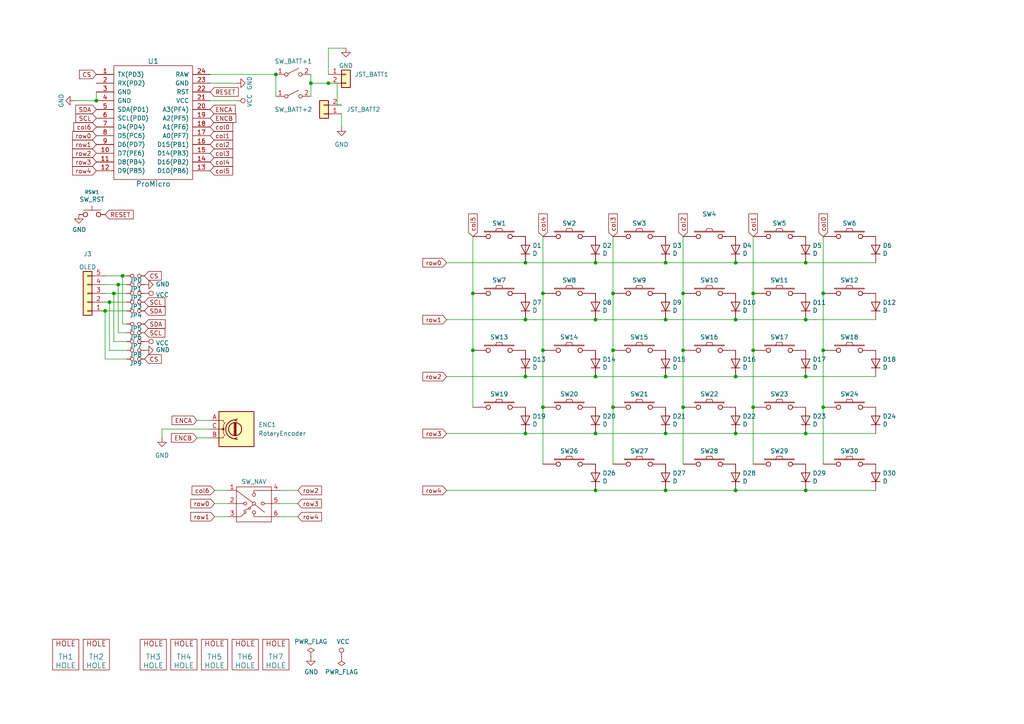
<source format=kicad_sch>
(kicad_sch (version 20250114) (generator "eeschema") (generator_version "9.0")
  (paper "A4")
  (lib_symbols
    (symbol "Connector_Generic:Conn_01x02" (pin_names (offset 1.016) (hide yes))
      (property "Reference" "J" (at 0 2.54 0))
      (property "Value" "Conn_01x02" (at 0 -5.08 0))
      (symbol "Conn_01x02_1_1"
        (rectangle (start -1.27 1.27) (end 1.27 -3.81) (stroke (width 0.254)) (fill (type background)))
        (rectangle (start -1.27 0.127) (end 0 -0.127) (stroke (width 0.1524)))
        (rectangle (start -1.27 -2.413) (end 0 -2.667) (stroke (width 0.1524)))
        (pin passive line (at -5.08 0 0) (length 3.81) (name "Pin_1") (number "1"))
        (pin passive line (at -5.08 -2.54 0) (length 3.81) (name "Pin_2") (number "2"))
      )
    )
    (symbol "Connector_Generic:Conn_01x05" (pin_names (offset 1.016) (hide yes))
      (property "Reference" "J" (at 0 7.62 0))
      (property "Value" "Conn_01x05" (at 0 -7.62 0))
      (symbol "Conn_01x05_1_1"
        (rectangle (start -1.27 6.35) (end 1.27 -6.35) (stroke (width 0.254)) (fill (type background)))
        (rectangle (start -1.27 5.207) (end 0 4.953) (stroke (width 0.1524)))
        (rectangle (start -1.27 2.667) (end 0 2.413) (stroke (width 0.1524)))
        (rectangle (start -1.27 0.127) (end 0 -0.127) (stroke (width 0.1524)))
        (rectangle (start -1.27 -2.413) (end 0 -2.667) (stroke (width 0.1524)))
        (rectangle (start -1.27 -4.953) (end 0 -5.207) (stroke (width 0.1524)))
        (pin passive line (at -5.08 5.08 0) (length 3.81) (name "Pin_1") (number "1"))
        (pin passive line (at -5.08 2.54 0) (length 3.81) (name "Pin_2") (number "2"))
        (pin passive line (at -5.08 0 0) (length 3.81) (name "Pin_3") (number "3"))
        (pin passive line (at -5.08 -2.54 0) (length 3.81) (name "Pin_4") (number "4"))
        (pin passive line (at -5.08 -5.08 0) (length 3.81) (name "Pin_5") (number "5"))
      )
    )
    (symbol "Device:RotaryEncoder" (pin_names (offset 0.254) (hide yes))
      (property "Reference" "SW" (at 0 6.604 0))
      (property "Value" "RotaryEncoder" (at 0 -6.604 0))
      (symbol "RotaryEncoder_0_1"
        (rectangle (start -5.08 5.08) (end 5.08 -5.08) (stroke (width 0.254)) (fill (type background)))
        (polyline (pts (xy -5.08 2.54) (xy -3.81 2.54) (xy -3.81 2.032)))
        (polyline (pts (xy -5.08 0) (xy -3.81 0) (xy -3.81 -1.016) (xy -3.302 -2.032)))
        (polyline (pts (xy -5.08 -2.54) (xy -3.81 -2.54) (xy -3.81 -2.032)))
        (polyline (pts (xy -4.318 0) (xy -3.81 0) (xy -3.81 1.016) (xy -3.302 2.032)))
        (circle (center -3.81 0) (radius 0.254) (fill (type outline)))
        (polyline (pts (xy -0.635 -1.778) (xy -0.635 1.778)) (stroke (width 0.254)))
        (circle (center -0.381 0) (radius 1.905) (stroke (width 0.254)))
        (polyline (pts (xy -0.381 -1.778) (xy -0.381 1.778)) (stroke (width 0.254)))
        (arc (start -0.381 -2.794) (mid -3.0988 -0.0635) (end -0.381 2.667) (stroke (width 0.254)))
        (polyline (pts (xy -0.127 1.778) (xy -0.127 -1.778)) (stroke (width 0.254)))
        (polyline (pts (xy 0.254 2.921) (xy -0.508 2.667) (xy 0.127 2.286)) (stroke (width 0.254)))
        (polyline (pts (xy 0.254 -3.048) (xy -0.508 -2.794) (xy 0.127 -2.413)) (stroke (width 0.254)))
      )
      (symbol "RotaryEncoder_1_1"
        (pin passive line (at -7.62 2.54 0) (length 2.54) (name "A") (number "A"))
        (pin passive line (at -7.62 0 0) (length 2.54) (name "C") (number "C"))
        (pin passive line (at -7.62 -2.54 0) (length 2.54) (name "B") (number "B"))
      )
    )
    (symbol "GND_1" (power) (pin_numbers (hide yes)) (pin_names (offset 0) (hide yes))
      (property "Value" "GND" (at 0 -3.81 0))
      (symbol "GND_1_0_1"
        (polyline (pts (xy 0 0) (xy 0 -1.27) (xy 1.27 -1.27) (xy 0 -2.54) (xy -1.27 -1.27) (xy 0 -1.27)))
      )
      (symbol "GND_1_1_1"
        (pin power_in line (at 0 0 270) (length 0) (name "~") (number "1"))
      )
    )
    (symbol "SofleKeyboard-rescue:D-Lily58-cache-Lily58_Pro-rescue" (pin_numbers (hide yes)) (pin_names (offset 1.016) (hide yes))
      (property "Reference" "D" (at 0 2.54 0))
      (property "Value" "D-Lily58-cache-Lily58_Pro-rescue" (at 0 -2.54 0))
      (symbol "D-Lily58-cache-Lily58_Pro-rescue_0_1"
        (polyline (pts (xy -1.27 1.27) (xy -1.27 -1.27)) (stroke (width 0.2032)))
        (polyline (pts (xy 1.27 1.27) (xy 1.27 -1.27) (xy -1.27 0) (xy 1.27 1.27)) (stroke (width 0.2032)))
        (polyline (pts (xy 1.27 0) (xy -1.27 0)))
      )
      (symbol "D-Lily58-cache-Lily58_Pro-rescue_1_1"
        (pin passive line (at -3.81 0 0) (length 2.54) (name "K") (number "1"))
        (pin passive line (at 3.81 0 180) (length 2.54) (name "A") (number "2"))
      )
    )
    (symbol "SofleKeyboard-rescue:GND-Lily58-cache-Lily58_Pro-rescue" (power) (pin_names (offset 0))
      (property "Value" "GND-Lily58-cache-Lily58_Pro-rescue" (at 0 -3.81 0))
      (symbol "GND-Lily58-cache-Lily58_Pro-rescue_1_1"
        (polyline (pts (xy 0 0) (xy 0 -1.27) (xy 1.27 -1.27) (xy 0 -2.54) (xy -1.27 -1.27) (xy 0 -1.27)))
        (pin power_in line (at 0 0 0) (length 0) (hide yes) (name "GND") (number "1"))
      )
    )
    (symbol "SofleKeyboard-rescue:GND-power" (power) (pin_names (offset 0))
      (property "Value" "GND-power" (at 0 -3.81 0))
      (symbol "GND-power_0_1"
        (polyline (pts (xy 0 0) (xy 0 -1.27) (xy 1.27 -1.27) (xy 0 -2.54) (xy -1.27 -1.27) (xy 0 -1.27)))
      )
      (symbol "GND-power_1_1"
        (pin power_in line (at 0 0 270) (length 0) (hide yes) (name "GND") (number "1"))
      )
    )
    (symbol "SofleKeyboard-rescue:HOLE-Lily58-cache-Lily58_Pro-rescue" (pin_names (offset 1.016))
      (property "Reference" "U" (at 0 0 0))
      (property "Value" "HOLE-Lily58-cache-Lily58_Pro-rescue" (at 0 -5.08 0))
      (symbol "HOLE-Lily58-cache-Lily58_Pro-rescue_0_0"
        (text "HOLE" (at 0 3.81 0) (effects (font (size 1.524 1.524))))
      )
      (symbol "HOLE-Lily58-cache-Lily58_Pro-rescue_0_1"
        (rectangle (start 3.81 5.08) (end -3.81 -3.81))
      )
    )
    (symbol "SofleKeyboard-rescue:Jumper_NO_Small-Device" (pin_numbers (hide yes)) (pin_names (offset 0.762) (hide yes))
      (property "Reference" "JP" (at 0 2.032 0))
      (property "Value" "Jumper_NO_Small-Device" (at 0.254 -1.524 0))
      (symbol "Jumper_NO_Small-Device_0_1"
        (circle (center -1.016 0) (radius 0.508))
        (circle (center 1.016 0) (radius 0.508))
        (pin passive line (at -2.54 0 0) (length 1.016) (name "1") (number "1"))
        (pin passive line (at 2.54 0 180) (length 1.016) (name "2") (number "2"))
      )
    )
    (symbol "SofleKeyboard-rescue:PWR_FLAG-Lily58-cache-Lily58_Pro-rescue" (power) (pin_numbers (hide yes)) (pin_names (offset 0) (hide yes))
      (property "Value" "PWR_FLAG-Lily58-cache-Lily58_Pro-rescue" (at 0 3.81 0))
      (symbol "PWR_FLAG-Lily58-cache-Lily58_Pro-rescue_0_0"
        (pin power_out line (at 0 0 90) (length 0) (name "pwr") (number "1"))
      )
      (symbol "PWR_FLAG-Lily58-cache-Lily58_Pro-rescue_0_1"
        (polyline (pts (xy 0 0) (xy 0 1.27) (xy -1.016 1.905) (xy 0 2.54) (xy 1.016 1.905) (xy 0 1.27)))
      )
    )
    (symbol "SofleKeyboard-rescue:ProMicro_2-Lily58-cache-Lily58_Pro-rescue" (pin_names (offset 1.016))
      (property "Reference" "U" (at 0 17.78 0))
      (property "Value" "ProMicro_2-Lily58-cache-Lily58_Pro-rescue" (at 0 -17.78 0))
      (symbol "ProMicro_2-Lily58-cache-Lily58_Pro-rescue_0_1"
        (rectangle (start -11.43 16.51) (end 11.43 -16.51))
      )
      (symbol "ProMicro_2-Lily58-cache-Lily58_Pro-rescue_1_1"
        (pin bidirectional line (at -16.51 13.97 0) (length 5.08) (name "TX(PD3)") (number "1"))
        (pin input line (at -16.51 11.43 0) (length 5.08) (name "RX(PD2)") (number "2"))
        (pin input line (at -16.51 8.89 0) (length 5.08) (name "GND") (number "3"))
        (pin input line (at -16.51 6.35 0) (length 5.08) (name "GND") (number "4"))
        (pin input line (at -16.51 3.81 0) (length 5.08) (name "SDA(PD1)") (number "5"))
        (pin input line (at -16.51 1.27 0) (length 5.08) (name "SCL(PD0)") (number "6"))
        (pin input line (at -16.51 -1.27 0) (length 5.08) (name "D4(PD4)") (number "7"))
        (pin input line (at -16.51 -3.81 0) (length 5.08) (name "D5(PC6)") (number "8"))
        (pin input line (at -16.51 -6.35 0) (length 5.08) (name "D6(PD7)") (number "9"))
        (pin input line (at -16.51 -8.89 0) (length 5.08) (name "D7(PE6)") (number "10"))
        (pin input line (at -16.51 -11.43 0) (length 5.08) (name "D8(PB4)") (number "11"))
        (pin input line (at -16.51 -13.97 0) (length 5.08) (name "D9(PB5)") (number "12"))
        (pin input line (at 16.51 13.97 180) (length 5.08) (name "RAW") (number "24"))
        (pin input line (at 16.51 11.43 180) (length 5.08) (name "GND") (number "23"))
        (pin input line (at 16.51 8.89 180) (length 5.08) (name "RST") (number "22"))
        (pin input line (at 16.51 6.35 180) (length 5.08) (name "VCC") (number "21"))
        (pin input line (at 16.51 3.81 180) (length 5.08) (name "A3(PF4)") (number "20"))
        (pin input line (at 16.51 1.27 180) (length 5.08) (name "A2(PF5)") (number "19"))
        (pin input line (at 16.51 -1.27 180) (length 5.08) (name "A1(PF6)") (number "18"))
        (pin input line (at 16.51 -3.81 180) (length 5.08) (name "A0(PF7)") (number "17"))
        (pin input line (at 16.51 -6.35 180) (length 5.08) (name "D15(PB1)") (number "16"))
        (pin input line (at 16.51 -8.89 180) (length 5.08) (name "D14(PB3)") (number "15"))
        (pin input line (at 16.51 -11.43 180) (length 5.08) (name "D16(PB2)") (number "14"))
        (pin input line (at 16.51 -13.97 180) (length 5.08) (name "D10(PB6)") (number "13"))
      )
    )
    (symbol "SofleKeyboard-rescue:SW_RST-Lily58-cache-Lily58_Pro-rescue" (pin_numbers (hide yes)) (pin_names (offset 1.016) (hide yes))
      (property "Reference" "RSW" (at 2.54 2.54 0))
      (property "Value" "SW_RST-Lily58-cache-Lily58_Pro-rescue" (at 0 -2.54 0))
      (symbol "SW_RST-Lily58-cache-Lily58_Pro-rescue_0_1"
        (polyline (pts (xy -2.54 1.27) (xy 2.54 1.27)))
        (polyline (pts (xy 0 2.54) (xy 0 1.27)))
        (pin passive inverted (at -3.81 0 0) (length 2.54) (name "1") (number "1"))
        (pin passive inverted (at 3.81 0 180) (length 2.54) (name "2") (number "2"))
      )
    )
    (symbol "SofleKeyboard-rescue:VCC-Lily58-cache-Lily58_Pro-rescue" (power) (pin_names (offset 0))
      (property "Value" "VCC-Lily58-cache-Lily58_Pro-rescue" (at 0 3.81 0))
      (symbol "VCC-Lily58-cache-Lily58_Pro-rescue_0_1"
        (circle (center 0 1.905) (radius 0.635))
        (polyline (pts (xy 0 0) (xy 0 1.27)))
      )
      (symbol "VCC-Lily58-cache-Lily58_Pro-rescue_1_1"
        (pin power_in line (at 0 0 90) (length 0) (hide yes) (name "VCC") (number "1"))
      )
    )
    (symbol "SofleKeyboard-rescue:VCC-power" (power) (pin_names (offset 0))
      (property "Value" "VCC-power" (at 0 3.81 0))
      (symbol "VCC-power_0_1"
        (circle (center 0 1.905) (radius 0.635))
        (polyline (pts (xy 0 0) (xy 0 1.27)))
      )
      (symbol "VCC-power_1_1"
        (pin power_in line (at 0 0 90) (length 0) (hide yes) (name "VCC") (number "1"))
      )
    )
    (symbol "Switch:SW_SPST" (pin_names (offset 0) (hide yes))
      (property "Reference" "SW" (at 0 3.175 0))
      (property "Value" "SW_SPST" (at 0 -2.54 0))
      (symbol "SW_SPST_0_0"
        (circle (center -2.032 0) (radius 0.508))
        (polyline (pts (xy -1.524 0.254) (xy 1.524 1.778)))
        (circle (center 2.032 0) (radius 0.508))
      )
      (symbol "SW_SPST_1_1"
        (pin passive line (at -5.08 0 0) (length 2.54) (name "A") (number "1"))
        (pin passive line (at 5.08 0 180) (length 2.54) (name "B") (number "2"))
      )
    )
    (symbol "VicoKeyboard:SW_NAV_5"
      (property "Reference" "SW_NAV_5" (at 0.508 -1.778 0))
      (symbol "SW_NAV_5_0_1"
        (rectangle (start -5.08 9.906) (end 5.08 -0.254))
        (polyline (pts (xy -5.08 8.89) (xy -0.4101 5.3874)))
        (polyline (pts (xy -5.08 5.08) (xy -3.048 5.08)))
        (polyline (pts (xy -5.08 1.27) (xy -3.81 1.27) (xy -2.794 2.286)))
        (circle (center -2.54 5.08) (radius 0.4572))
        (circle (center -2.54 2.54) (radius 0.3048))
        (polyline (pts (xy -1.5863 3.5949) (xy -3.048 3.048)))
        (circle (center -1.2666 3.6792) (radius 0.3048))
        (polyline (pts (xy -0.3484 4.6912) (xy -1.0205 3.9505)))
        (circle (center 0 7.62) (radius 0.4572))
        (circle (center 0 5.08) (radius 0.4572))
        (circle (center 0 2.54) (radius 0.4572))
        (polyline (pts (xy 0.3372 4.7557) (xy 3.048 2.54)))
        (circle (center 2.54 5.08) (radius 0.4572))
        (polyline (pts (xy 5.08 8.89) (xy 0 8.89) (xy 0 8.128)))
        (polyline (pts (xy 5.08 5.08) (xy 3.048 5.08)))
        (polyline (pts (xy 5.08 1.27) (xy 0 1.27) (xy 0 2.032)))
      )
      (symbol "SW_NAV_5_1_1"
        (pin passive line (at -7.62 8.89 0) (length 2.54) (name "") (number "1"))
        (pin passive line (at -7.62 5.08 0) (length 2.54) (name "") (number "2"))
        (pin passive line (at -7.62 1.27 0) (length 2.54) (name "") (number "3"))
        (pin passive line (at 7.62 8.89 180) (length 2.54) (name "") (number "4"))
        (pin passive line (at 7.62 5.08 180) (length 2.54) (name "") (number "5"))
        (pin passive line (at 7.62 1.27 180) (length 2.54) (name "") (number "6"))
      )
    )
    (symbol "VicoKeyboard:SW_PUSH_NOLED" (pin_numbers (hide yes)) (pin_names (offset 1.016) (hide yes))
      (property "Reference" "SW" (at 3.81 2.794 0))
      (symbol "SW_PUSH_NOLED_0_1"
        (rectangle (start -4.318 1.27) (end 4.318 1.524))
        (polyline (pts (xy -1.016 1.524) (xy -0.762 2.286) (xy 0.762 2.286) (xy 1.016 1.524)))
        (pin passive inverted (at -7.62 0 0) (length 5.08) (name "6") (number "6"))
        (pin passive inverted (at 7.62 0 180) (length 5.08) (name "5") (number "5"))
      )
    )
    (symbol "power:GND" (power) (pin_names (offset 0))
      (property "Value" "GND" (at 0 -3.81 0))
      (symbol "GND_0_1"
        (polyline (pts (xy 0 0) (xy 0 -1.27) (xy 1.27 -1.27) (xy 0 -2.54) (xy -1.27 -1.27) (xy 0 -1.27)))
      )
      (symbol "GND_1_1"
        (pin power_in line (at 0 0 270) (length 0) (hide yes) (name "GND") (number "1"))
      )
    )
  )
  (junction (at 172.72 125.73))
  (junction (at 152.4 92.71))
  (junction (at 193.04 125.73))
  (junction (at 80.01 21.59))
  (junction (at 177.8 118.11))
  (junction (at 172.72 142.24))
  (junction (at 157.48 85.09))
  (junction (at 218.44 85.09))
  (junction (at 213.36 109.22))
  (junction (at 233.68 109.22))
  (junction (at 33.02 85.09))
  (junction (at 95.25 24.13))
  (junction (at 233.68 92.71))
  (junction (at 157.48 118.11))
  (junction (at 157.48 101.6))
  (junction (at 27.94 29.21))
  (junction (at 35.56 80.01))
  (junction (at 172.72 92.71))
  (junction (at 152.4 109.22))
  (junction (at 172.72 109.22))
  (junction (at 30.48 90.17))
  (junction (at 172.72 76.2))
  (junction (at 137.16 85.09))
  (junction (at 213.36 92.71))
  (junction (at 193.04 109.22))
  (junction (at 238.76 101.6))
  (junction (at 233.68 142.24))
  (junction (at 137.16 101.6))
  (junction (at 238.76 118.11))
  (junction (at 193.04 142.24))
  (junction (at 90.17 24.13))
  (junction (at 31.75 87.63))
  (junction (at 198.12 118.11))
  (junction (at 34.29 82.55))
  (junction (at 218.44 118.11))
  (junction (at 213.36 76.2))
  (junction (at 238.76 85.09))
  (junction (at 193.04 92.71))
  (junction (at 177.8 101.6))
  (junction (at 233.68 76.2))
  (junction (at 213.36 142.24))
  (junction (at 152.4 125.73))
  (junction (at 233.68 125.73))
  (junction (at 198.12 101.6))
  (junction (at 198.12 85.09))
  (junction (at 213.36 125.73))
  (junction (at 152.4 76.2))
  (junction (at 218.44 101.6))
  (junction (at 177.8 85.09))
  (junction (at 193.04 76.2))
  (wire (pts (xy 33.02 99.06) (xy 36.83 99.06)))
  (wire (pts (xy 62.23 146.05) (xy 66.04 146.05)))
  (wire (pts (xy 198.12 118.11) (xy 198.12 134.62)))
  (wire (pts (xy 86.36 146.05) (xy 81.28 146.05)))
  (wire (pts (xy 233.68 76.2) (xy 213.36 76.2)))
  (wire (pts (xy 97.79 30.48) (xy 99.06 30.48)))
  (wire (pts (xy 157.48 101.6) (xy 157.48 118.11)))
  (wire (pts (xy 152.4 92.71) (xy 129.54 92.71)))
  (wire (pts (xy 35.56 93.98) (xy 36.83 93.98)))
  (wire (pts (xy 233.68 109.22) (xy 254 109.22)))
  (wire (pts (xy 95.25 24.13) (xy 97.79 24.13)))
  (wire (pts (xy 172.72 76.2) (xy 193.04 76.2)))
  (wire (pts (xy 177.8 118.11) (xy 177.8 134.62)))
  (wire (pts (xy 35.56 80.01) (xy 35.56 93.98)))
  (wire (pts (xy 129.54 142.24) (xy 172.72 142.24)))
  (wire (pts (xy 27.94 29.21) (xy 21.59 29.21)))
  (wire (pts (xy 90.17 24.13) (xy 95.25 24.13)))
  (wire (pts (xy 30.48 87.63) (xy 31.75 87.63)))
  (wire (pts (xy 137.16 68.58) (xy 137.16 85.09)))
  (wire (pts (xy 34.29 82.55) (xy 34.29 96.52)))
  (wire (pts (xy 157.48 118.11) (xy 157.48 134.62)))
  (wire (pts (xy 57.15 127) (xy 60.96 127)))
  (wire (pts (xy 99.06 33.02) (xy 99.06 36.83)))
  (wire (pts (xy 33.02 85.09) (xy 33.02 99.06)))
  (wire (pts (xy 213.36 142.24) (xy 233.68 142.24)))
  (wire (pts (xy 213.36 109.22) (xy 233.68 109.22)))
  (wire (pts (xy 27.94 26.67) (xy 27.94 29.21)))
  (wire (pts (xy 193.04 76.2) (xy 213.36 76.2)))
  (wire (pts (xy 172.72 142.24) (xy 193.04 142.24)))
  (wire (pts (xy 213.36 125.73) (xy 233.68 125.73)))
  (wire (pts (xy 193.04 125.73) (xy 213.36 125.73)))
  (wire (pts (xy 137.16 101.6) (xy 137.16 118.11)))
  (wire (pts (xy 95.25 21.59) (xy 95.25 13.97)))
  (wire (pts (xy 80.01 21.59) (xy 80.01 27.94)))
  (wire (pts (xy 198.12 68.58) (xy 198.12 85.09)))
  (wire (pts (xy 238.76 118.11) (xy 238.76 134.62)))
  (wire (pts (xy 193.04 92.71) (xy 213.36 92.71)))
  (wire (pts (xy 30.48 82.55) (xy 34.29 82.55)))
  (wire (pts (xy 233.68 142.24) (xy 254 142.24)))
  (wire (pts (xy 30.48 104.14) (xy 36.83 104.14)))
  (wire (pts (xy 198.12 85.09) (xy 198.12 101.6)))
  (wire (pts (xy 213.36 92.71) (xy 233.68 92.71)))
  (wire (pts (xy 46.99 124.46) (xy 46.99 127)))
  (wire (pts (xy 238.76 101.6) (xy 238.76 118.11)))
  (wire (pts (xy 193.04 142.24) (xy 213.36 142.24)))
  (wire (pts (xy 90.17 21.59) (xy 90.17 24.13)))
  (wire (pts (xy 233.68 92.71) (xy 254 92.71)))
  (wire (pts (xy 60.96 24.13) (xy 68.58 24.13)))
  (wire (pts (xy 193.04 109.22) (xy 213.36 109.22)))
  (wire (pts (xy 198.12 101.6) (xy 198.12 118.11)))
  (wire (pts (xy 62.23 142.24) (xy 66.04 142.24)))
  (wire (pts (xy 152.4 109.22) (xy 129.54 109.22)))
  (wire (pts (xy 33.02 85.09) (xy 36.83 85.09)))
  (wire (pts (xy 31.75 87.63) (xy 36.83 87.63)))
  (wire (pts (xy 30.48 90.17) (xy 36.83 90.17)))
  (wire (pts (xy 172.72 125.73) (xy 152.4 125.73)))
  (wire (pts (xy 172.72 92.71) (xy 193.04 92.71)))
  (wire (pts (xy 233.68 76.2) (xy 254 76.2)))
  (wire (pts (xy 30.48 85.09) (xy 33.02 85.09)))
  (wire (pts (xy 60.96 21.59) (xy 80.01 21.59)))
  (wire (pts (xy 95.25 13.97) (xy 100.33 13.97)))
  (wire (pts (xy 90.17 24.13) (xy 90.17 27.94)))
  (wire (pts (xy 177.8 101.6) (xy 177.8 118.11)))
  (wire (pts (xy 30.48 80.01) (xy 35.56 80.01)))
  (wire (pts (xy 152.4 76.2) (xy 129.54 76.2)))
  (wire (pts (xy 238.76 101.6) (xy 238.76 85.09)))
  (wire (pts (xy 152.4 125.73) (xy 129.54 125.73)))
  (wire (pts (xy 172.72 109.22) (xy 152.4 109.22)))
  (wire (pts (xy 81.28 142.24) (xy 86.36 142.24)))
  (wire (pts (xy 157.48 68.58) (xy 157.48 85.09)))
  (wire (pts (xy 172.72 92.71) (xy 152.4 92.71)))
  (wire (pts (xy 172.72 125.73) (xy 193.04 125.73)))
  (wire (pts (xy 60.96 29.21) (xy 68.58 29.21)))
  (wire (pts (xy 31.75 87.63) (xy 31.75 101.6)))
  (wire (pts (xy 97.79 30.48) (xy 97.79 24.13)))
  (wire (pts (xy 233.68 125.73) (xy 254 125.73)))
  (wire (pts (xy 238.76 85.09) (xy 238.76 68.58)))
  (wire (pts (xy 57.15 121.92) (xy 60.96 121.92)))
  (wire (pts (xy 62.23 149.86) (xy 66.04 149.86)))
  (wire (pts (xy 172.72 76.2) (xy 152.4 76.2)))
  (wire (pts (xy 218.44 118.11) (xy 218.44 134.62)))
  (wire (pts (xy 218.44 68.58) (xy 218.44 85.09)))
  (wire (pts (xy 34.29 82.55) (xy 36.83 82.55)))
  (wire (pts (xy 60.96 124.46) (xy 46.99 124.46)))
  (wire (pts (xy 81.28 149.86) (xy 86.36 149.86)))
  (wire (pts (xy 137.16 85.09) (xy 137.16 101.6)))
  (wire (pts (xy 157.48 85.09) (xy 157.48 101.6)))
  (wire (pts (xy 31.75 101.6) (xy 36.83 101.6)))
  (wire (pts (xy 218.44 85.09) (xy 218.44 101.6)))
  (wire (pts (xy 177.8 85.09) (xy 177.8 101.6)))
  (wire (pts (xy 218.44 118.11) (xy 218.44 101.6)))
  (wire (pts (xy 172.72 109.22) (xy 193.04 109.22)))
  (wire (pts (xy 35.56 80.01) (xy 36.83 80.01)))
  (wire (pts (xy 34.29 96.52) (xy 36.83 96.52)))
  (wire (pts (xy 30.48 90.17) (xy 30.48 104.14)))
  (wire (pts (xy 177.8 68.58) (xy 177.8 85.09)))
  (global_label "row1" (shape input) (at 27.94 41.91 180) (property "Intersheetrefs" "${INTERSHEET_REFS}" (effects (hide yes))))
  (global_label "CS" (shape input) (at 41.91 80.01 0) (property "Intersheetrefs" "${INTERSHEET_REFS}" (effects (hide yes))))
  (global_label "row4" (shape input) (at 27.94 49.53 180) (property "Intersheetrefs" "${INTERSHEET_REFS}" (effects (hide yes))))
  (global_label "col0" (shape input) (at 238.76 68.58 90) (property "Intersheetrefs" "${INTERSHEET_REFS}" (effects (hide yes))))
  (global_label "col4" (shape input) (at 60.96 46.99 0) (property "Intersheetrefs" "${INTERSHEET_REFS}" (effects (hide yes))))
  (global_label "ENCB" (shape input) (at 57.15 127 180) (property "Intersheetrefs" "${INTERSHEET_REFS}" (effects (hide yes))))
  (global_label "row3" (shape input) (at 27.94 46.99 180) (property "Intersheetrefs" "${INTERSHEET_REFS}" (effects (hide yes))))
  (global_label "col5" (shape input) (at 137.16 68.58 90) (property "Intersheetrefs" "${INTERSHEET_REFS}" (effects (hide yes))))
  (global_label "RESET" (shape input) (at 30.48 62.23 0) (property "Intersheetrefs" "${INTERSHEET_REFS}" (effects (hide yes))))
  (global_label "row4" (shape input) (at 86.36 149.86 0) (property "Intersheetrefs" "${INTERSHEET_REFS}" (effects (hide yes))))
  (global_label "row1" (shape input) (at 62.23 149.86 180) (property "Intersheetrefs" "${INTERSHEET_REFS}" (effects (hide yes))))
  (global_label "RESET" (shape input) (at 60.96 26.67 0) (property "Intersheetrefs" "${INTERSHEET_REFS}" (effects (hide yes))))
  (global_label "SCL" (shape input) (at 27.94 34.29 180) (property "Intersheetrefs" "${INTERSHEET_REFS}" (effects (hide yes))))
  (global_label "SCL" (shape input) (at 41.91 87.63 0) (property "Intersheetrefs" "${INTERSHEET_REFS}" (effects (hide yes))))
  (global_label "ENCA" (shape input) (at 57.15 121.92 180) (property "Intersheetrefs" "${INTERSHEET_REFS}" (effects (hide yes))))
  (global_label "row4" (shape input) (at 129.54 142.24 180) (property "Intersheetrefs" "${INTERSHEET_REFS}" (effects (hide yes))))
  (global_label "SDA" (shape input) (at 27.94 31.75 180) (property "Intersheetrefs" "${INTERSHEET_REFS}" (effects (hide yes))))
  (global_label "SDA" (shape input) (at 41.91 90.17 0) (property "Intersheetrefs" "${INTERSHEET_REFS}" (effects (hide yes))))
  (global_label "SDA" (shape input) (at 41.91 93.98 0) (property "Intersheetrefs" "${INTERSHEET_REFS}" (effects (hide yes))))
  (global_label "row2" (shape input) (at 129.54 109.22 180) (property "Intersheetrefs" "${INTERSHEET_REFS}" (effects (hide yes))))
  (global_label "col1" (shape input) (at 218.44 68.58 90) (property "Intersheetrefs" "${INTERSHEET_REFS}" (effects (hide yes))))
  (global_label "CS" (shape input) (at 41.91 104.14 0) (property "Intersheetrefs" "${INTERSHEET_REFS}" (effects (hide yes))))
  (global_label "col1" (shape input) (at 60.96 39.37 0) (property "Intersheetrefs" "${INTERSHEET_REFS}" (effects (hide yes))))
  (global_label "col2" (shape input) (at 198.12 68.58 90) (property "Intersheetrefs" "${INTERSHEET_REFS}" (effects (hide yes))))
  (global_label "col6" (shape input) (at 62.23 142.24 180) (property "Intersheetrefs" "${INTERSHEET_REFS}" (effects (hide yes))))
  (global_label "col3" (shape input) (at 177.8 68.58 90) (property "Intersheetrefs" "${INTERSHEET_REFS}" (effects (hide yes))))
  (global_label "col6" (shape input) (at 27.94 36.83 180) (property "Intersheetrefs" "${INTERSHEET_REFS}" (effects (hide yes))))
  (global_label "ENCA" (shape input) (at 60.96 31.75 0) (property "Intersheetrefs" "${INTERSHEET_REFS}" (effects (hide yes))))
  (global_label "col4" (shape input) (at 157.48 68.58 90) (property "Intersheetrefs" "${INTERSHEET_REFS}" (effects (hide yes))))
  (global_label "col5" (shape input) (at 60.96 49.53 0) (property "Intersheetrefs" "${INTERSHEET_REFS}" (effects (hide yes))))
  (global_label "col0" (shape input) (at 60.96 36.83 0) (property "Intersheetrefs" "${INTERSHEET_REFS}" (effects (hide yes))))
  (global_label "CS" (shape input) (at 27.94 21.59 180) (property "Intersheetrefs" "${INTERSHEET_REFS}" (effects (hide yes))))
  (global_label "SCL" (shape input) (at 41.91 96.52 0) (property "Intersheetrefs" "${INTERSHEET_REFS}" (effects (hide yes))))
  (global_label "row1" (shape input) (at 129.54 92.71 180) (property "Intersheetrefs" "${INTERSHEET_REFS}" (effects (hide yes))))
  (global_label "row0" (shape input) (at 62.23 146.05 180) (property "Intersheetrefs" "${INTERSHEET_REFS}" (effects (hide yes))))
  (global_label "col3" (shape input) (at 60.96 44.45 0) (property "Intersheetrefs" "${INTERSHEET_REFS}" (effects (hide yes))))
  (global_label "row2" (shape input) (at 27.94 44.45 180) (property "Intersheetrefs" "${INTERSHEET_REFS}" (effects (hide yes))))
  (global_label "row2" (shape input) (at 86.36 142.24 0) (property "Intersheetrefs" "${INTERSHEET_REFS}" (effects (hide yes))))
  (global_label "row3" (shape input) (at 129.54 125.73 180) (property "Intersheetrefs" "${INTERSHEET_REFS}" (effects (hide yes))))
  (global_label "row0" (shape input) (at 27.94 39.37 180) (property "Intersheetrefs" "${INTERSHEET_REFS}" (effects (hide yes))))
  (global_label "col2" (shape input) (at 60.96 41.91 0) (property "Intersheetrefs" "${INTERSHEET_REFS}" (effects (hide yes))))
  (global_label "ENCB" (shape input) (at 60.96 34.29 0) (property "Intersheetrefs" "${INTERSHEET_REFS}" (effects (hide yes))))
  (global_label "row0" (shape input) (at 129.54 76.2 180) (property "Intersheetrefs" "${INTERSHEET_REFS}" (effects (hide yes))))
  (global_label "row3" (shape input) (at 86.36 146.05 0) (property "Intersheetrefs" "${INTERSHEET_REFS}" (effects (hide yes))))
  (symbol (lib_id "SofleKeyboard-rescue:ProMicro_2-Lily58-cache-Lily58_Pro-rescue") (at 44.45 35.56 0) (unit 1)
    (property "Reference" "U1" (at 44.45 17.78 0) (effects (font (size 1.524 1.524))))
    (property "Value" "ProMicro" (at 44.45 53.34 0) (effects (font (size 1.524 1.524))))
    (property "Footprint" "SofleKeyboard-footprint:ProMicro" (effects (hide yes)))
  )
  (symbol (lib_id "VicoKeyboard:SW_PUSH_NOLED") (at 165.1 134.62 0) (unit 1)
    (property "Reference" "SW26" (at 165.1 130.81 0))
    (property "Value" "SW_PUSH_LED" (effects (hide yes)))
    (property "Footprint" "VicoKeyboard:Choc_Hotswap_BiggerHSPads" (effects (hide yes)))
  )
  (symbol (lib_id "VicoKeyboard:SW_PUSH_NOLED") (at 144.78 68.58 0) (unit 1)
    (property "Reference" "SW1" (at 144.78 64.77 0))
    (property "Value" "SW_PUSH_LED" (effects (hide yes)))
    (property "Footprint" "VicoKeyboard:Choc_Hotswap_BiggerHSPads_Column1" (effects (hide yes)))
  )
  (symbol (lib_id "SofleKeyboard-rescue:D-Lily58-cache-Lily58_Pro-rescue") (at 152.4 72.39 90) (unit 1)
    (property "Reference" "D1" (at 154.4066 71.2216 90) (effects (justify right)))
    (property "Value" "D" (at 154.4066 73.533 90) (effects (justify right)))
    (property "Footprint" "Diode_SMD:D_SOD-123" (effects (hide yes)))
  )
  (symbol (lib_id "VicoKeyboard:SW_PUSH_NOLED") (at 165.1 68.58 0) (unit 1)
    (property "Reference" "SW2" (at 165.1 64.77 0))
    (property "Value" "SW_PUSH_LED" (effects (hide yes)))
    (property "Footprint" "VicoKeyboard:Choc_Hotswap_BiggerHSPads" (effects (hide yes)))
  )
  (symbol (lib_id "SofleKeyboard-rescue:D-Lily58-cache-Lily58_Pro-rescue") (at 172.72 72.39 90) (unit 1)
    (property "Reference" "D2" (at 174.7266 71.2216 90) (effects (justify right)))
    (property "Value" "D" (at 174.7266 73.533 90) (effects (justify right)))
    (property "Footprint" "Diode_SMD:D_SOD-123" (effects (hide yes)))
  )
  (symbol (lib_id "VicoKeyboard:SW_PUSH_NOLED") (at 185.42 68.58 0) (unit 1)
    (property "Reference" "SW3" (at 185.42 64.77 0))
    (property "Value" "SW_PUSH_LED" (effects (hide yes)))
    (property "Footprint" "VicoKeyboard:Choc_Hotswap_BiggerHSPads" (effects (hide yes)))
  )
  (symbol (lib_id "SofleKeyboard-rescue:D-Lily58-cache-Lily58_Pro-rescue") (at 193.04 72.39 90) (unit 1)
    (property "Reference" "D3" (at 195.0466 71.2216 90) (effects (justify right)))
    (property "Value" "D" (at 195.0466 73.533 90) (effects (justify right)))
    (property "Footprint" "Diode_SMD:D_SOD-123" (effects (hide yes)))
  )
  (symbol (lib_id "VicoKeyboard:SW_PUSH_NOLED") (at 205.74 68.58 0) (unit 1)
    (property "Reference" "SW4" (at 205.74 62.103 0))
    (property "Value" "SW_PUSH_LED" (effects (hide yes)))
    (property "Footprint" "VicoKeyboard:Choc_Hotswap_BiggerHSPads" (effects (hide yes)))
  )
  (symbol (lib_id "SofleKeyboard-rescue:D-Lily58-cache-Lily58_Pro-rescue") (at 213.36 72.39 90) (unit 1)
    (property "Reference" "D4" (at 215.3666 71.2216 90) (effects (justify right)))
    (property "Value" "D" (at 215.3666 73.533 90) (effects (justify right)))
    (property "Footprint" "Diode_SMD:D_SOD-123" (effects (hide yes)))
  )
  (symbol (lib_id "VicoKeyboard:SW_PUSH_NOLED") (at 226.06 68.58 0) (unit 1)
    (property "Reference" "SW5" (at 226.06 64.77 0))
    (property "Value" "SW_PUSH_LED" (effects (hide yes)))
    (property "Footprint" "VicoKeyboard:Choc_Hotswap_BiggerHSPads" (effects (hide yes)))
  )
  (symbol (lib_id "SofleKeyboard-rescue:D-Lily58-cache-Lily58_Pro-rescue") (at 233.68 72.39 90) (unit 1)
    (property "Reference" "D5" (at 235.6866 71.2216 90) (effects (justify right)))
    (property "Value" "D" (at 235.6866 73.533 90) (effects (justify right)))
    (property "Footprint" "Diode_SMD:D_SOD-123" (effects (hide yes)))
  )
  (symbol (lib_id "VicoKeyboard:SW_PUSH_NOLED") (at 246.38 68.58 0) (unit 1)
    (property "Reference" "SW6" (at 246.38 64.77 0))
    (property "Value" "SW_PUSH_LED" (effects (hide yes)))
    (property "Footprint" "VicoKeyboard:Choc_Hotswap_BiggerHSPads" (effects (hide yes)))
  )
  (symbol (lib_id "SofleKeyboard-rescue:D-Lily58-cache-Lily58_Pro-rescue") (at 254 72.39 90) (unit 1)
    (property "Reference" "D6" (at 256.0066 71.2216 90) (effects (justify right)))
    (property "Value" "D" (at 256.0066 73.533 90) (effects (justify right)))
    (property "Footprint" "Diode_SMD:D_SOD-123" (effects (hide yes)))
  )
  (symbol (lib_id "VicoKeyboard:SW_PUSH_NOLED") (at 165.1 85.09 0) (unit 1)
    (property "Reference" "SW8" (at 165.1 81.28 0))
    (property "Value" "SW_PUSH_LED" (effects (hide yes)))
    (property "Footprint" "VicoKeyboard:Choc_Hotswap_BiggerHSPads" (effects (hide yes)))
  )
  (symbol (lib_id "VicoKeyboard:SW_PUSH_NOLED") (at 185.42 85.09 0) (unit 1)
    (property "Reference" "SW9" (at 185.42 81.28 0))
    (property "Value" "SW_PUSH_LED" (effects (hide yes)))
    (property "Footprint" "VicoKeyboard:Choc_Hotswap_BiggerHSPads" (effects (hide yes)))
  )
  (symbol (lib_id "VicoKeyboard:SW_PUSH_NOLED") (at 205.74 85.09 0) (unit 1)
    (property "Reference" "SW10" (at 205.74 81.28 0))
    (property "Value" "SW_PUSH_LED" (effects (hide yes)))
    (property "Footprint" "VicoKeyboard:Choc_Hotswap_BiggerHSPads" (effects (hide yes)))
  )
  (symbol (lib_id "VicoKeyboard:SW_PUSH_NOLED") (at 226.06 85.09 0) (unit 1)
    (property "Reference" "SW11" (at 226.06 81.28 0))
    (property "Value" "SW_PUSH_LED" (effects (hide yes)))
    (property "Footprint" "VicoKeyboard:Choc_Hotswap_BiggerHSPads" (effects (hide yes)))
  )
  (symbol (lib_id "VicoKeyboard:SW_PUSH_NOLED") (at 246.38 85.09 0) (unit 1)
    (property "Reference" "SW12" (at 246.38 81.28 0))
    (property "Value" "SW_PUSH_LED" (effects (hide yes)))
    (property "Footprint" "VicoKeyboard:Choc_Hotswap_BiggerHSPads" (effects (hide yes)))
  )
  (symbol (lib_id "VicoKeyboard:SW_PUSH_NOLED") (at 144.78 85.09 0) (unit 1)
    (property "Reference" "SW7" (at 144.78 81.28 0))
    (property "Value" "SW_PUSH_LED" (effects (hide yes)))
    (property "Footprint" "VicoKeyboard:Choc_Hotswap_BiggerHSPads_Column1" (effects (hide yes)))
  )
  (symbol (lib_id "SofleKeyboard-rescue:D-Lily58-cache-Lily58_Pro-rescue") (at 152.4 88.9 90) (unit 1)
    (property "Reference" "D7" (at 154.4066 87.7316 90) (effects (justify right)))
    (property "Value" "D" (at 154.4066 90.043 90) (effects (justify right)))
    (property "Footprint" "Diode_SMD:D_SOD-123" (effects (hide yes)))
  )
  (symbol (lib_id "SofleKeyboard-rescue:D-Lily58-cache-Lily58_Pro-rescue") (at 172.72 88.9 90) (unit 1)
    (property "Reference" "D8" (at 174.7266 87.7316 90) (effects (justify right)))
    (property "Value" "D" (at 174.7266 90.043 90) (effects (justify right)))
    (property "Footprint" "Diode_SMD:D_SOD-123" (effects (hide yes)))
  )
  (symbol (lib_id "SofleKeyboard-rescue:D-Lily58-cache-Lily58_Pro-rescue") (at 193.04 88.9 90) (unit 1)
    (property "Reference" "D9" (at 195.0466 87.7316 90) (effects (justify right)))
    (property "Value" "D" (at 195.0466 90.043 90) (effects (justify right)))
    (property "Footprint" "Diode_SMD:D_SOD-123" (effects (hide yes)))
  )
  (symbol (lib_id "SofleKeyboard-rescue:D-Lily58-cache-Lily58_Pro-rescue") (at 213.36 88.9 90) (unit 1)
    (property "Reference" "D10" (at 215.3666 87.7316 90) (effects (justify right)))
    (property "Value" "D" (at 215.3666 90.043 90) (effects (justify right)))
    (property "Footprint" "Diode_SMD:D_SOD-123" (effects (hide yes)))
  )
  (symbol (lib_id "SofleKeyboard-rescue:D-Lily58-cache-Lily58_Pro-rescue") (at 233.68 88.9 90) (unit 1)
    (property "Reference" "D11" (at 235.6866 87.7316 90) (effects (justify right)))
    (property "Value" "D" (at 235.6866 90.043 90) (effects (justify right)))
    (property "Footprint" "Diode_SMD:D_SOD-123" (effects (hide yes)))
  )
  (symbol (lib_id "SofleKeyboard-rescue:D-Lily58-cache-Lily58_Pro-rescue") (at 254 88.9 90) (unit 1)
    (property "Reference" "D12" (at 256.0066 87.7316 90) (effects (justify right)))
    (property "Value" "D" (at 256.0066 90.043 90) (effects (justify right)))
    (property "Footprint" "Diode_SMD:D_SOD-123" (effects (hide yes)))
  )
  (symbol (lib_id "VicoKeyboard:SW_PUSH_NOLED") (at 144.78 101.6 0) (unit 1)
    (property "Reference" "SW13" (at 144.78 97.79 0))
    (property "Value" "SW_PUSH_LED" (effects (hide yes)))
    (property "Footprint" "VicoKeyboard:Choc_Hotswap_BiggerHSPads_Column1" (effects (hide yes)))
  )
  (symbol (lib_id "VicoKeyboard:SW_PUSH_NOLED") (at 165.1 101.6 0) (unit 1)
    (property "Reference" "SW14" (at 165.1 97.79 0))
    (property "Value" "SW_PUSH_LED" (effects (hide yes)))
    (property "Footprint" "VicoKeyboard:Choc_Hotswap_BiggerHSPads" (effects (hide yes)))
  )
  (symbol (lib_id "VicoKeyboard:SW_PUSH_NOLED") (at 185.42 101.6 0) (unit 1)
    (property "Reference" "SW15" (at 185.42 97.79 0))
    (property "Value" "SW_PUSH_LED" (effects (hide yes)))
    (property "Footprint" "VicoKeyboard:Choc_Hotswap_BiggerHSPads" (effects (hide yes)))
  )
  (symbol (lib_id "VicoKeyboard:SW_PUSH_NOLED") (at 205.74 101.6 0) (unit 1)
    (property "Reference" "SW16" (at 205.74 97.79 0))
    (property "Value" "SW_PUSH_LED" (effects (hide yes)))
    (property "Footprint" "VicoKeyboard:Choc_Hotswap_BiggerHSPads" (effects (hide yes)))
  )
  (symbol (lib_id "VicoKeyboard:SW_PUSH_NOLED") (at 226.06 101.6 0) (unit 1)
    (property "Reference" "SW17" (at 226.06 97.79 0))
    (property "Value" "SW_PUSH_LED" (effects (hide yes)))
    (property "Footprint" "VicoKeyboard:Choc_Hotswap_BiggerHSPads" (effects (hide yes)))
  )
  (symbol (lib_id "VicoKeyboard:SW_PUSH_NOLED") (at 246.38 101.6 0) (unit 1)
    (property "Reference" "SW18" (at 246.38 97.79 0))
    (property "Value" "SW_PUSH_LED" (effects (hide yes)))
    (property "Footprint" "VicoKeyboard:Choc_Hotswap_BiggerHSPads" (effects (hide yes)))
  )
  (symbol (lib_id "SofleKeyboard-rescue:D-Lily58-cache-Lily58_Pro-rescue") (at 152.4 105.41 90) (unit 1)
    (property "Reference" "D13" (at 154.4066 104.2416 90) (effects (justify right)))
    (property "Value" "D" (at 154.4066 106.553 90) (effects (justify right)))
    (property "Footprint" "Diode_SMD:D_SOD-123" (effects (hide yes)))
  )
  (symbol (lib_id "SofleKeyboard-rescue:D-Lily58-cache-Lily58_Pro-rescue") (at 172.72 105.41 90) (unit 1)
    (property "Reference" "D14" (at 174.7266 104.2416 90) (effects (justify right)))
    (property "Value" "D" (at 174.7266 106.553 90) (effects (justify right)))
    (property "Footprint" "Diode_SMD:D_SOD-123" (effects (hide yes)))
  )
  (symbol (lib_id "SofleKeyboard-rescue:D-Lily58-cache-Lily58_Pro-rescue") (at 193.04 105.41 90) (unit 1)
    (property "Reference" "D15" (at 195.0466 104.2416 90) (effects (justify right)))
    (property "Value" "D" (at 195.0466 106.553 90) (effects (justify right)))
    (property "Footprint" "Diode_SMD:D_SOD-123" (effects (hide yes)))
  )
  (symbol (lib_id "SofleKeyboard-rescue:D-Lily58-cache-Lily58_Pro-rescue") (at 213.36 105.41 90) (unit 1)
    (property "Reference" "D16" (at 215.3666 104.2416 90) (effects (justify right)))
    (property "Value" "D" (at 215.3666 106.553 90) (effects (justify right)))
    (property "Footprint" "Diode_SMD:D_SOD-123" (effects (hide yes)))
  )
  (symbol (lib_id "SofleKeyboard-rescue:D-Lily58-cache-Lily58_Pro-rescue") (at 233.68 105.41 90) (unit 1)
    (property "Reference" "D17" (at 235.6866 104.2416 90) (effects (justify right)))
    (property "Value" "D" (at 235.6866 106.553 90) (effects (justify right)))
    (property "Footprint" "Diode_SMD:D_SOD-123" (effects (hide yes)))
  )
  (symbol (lib_id "SofleKeyboard-rescue:D-Lily58-cache-Lily58_Pro-rescue") (at 254 105.41 90) (unit 1)
    (property "Reference" "D18" (at 256.0066 104.2416 90) (effects (justify right)))
    (property "Value" "D" (at 256.0066 106.553 90) (effects (justify right)))
    (property "Footprint" "Diode_SMD:D_SOD-123" (effects (hide yes)))
  )
  (symbol (lib_id "VicoKeyboard:SW_PUSH_NOLED") (at 185.42 118.11 0) (unit 1)
    (property "Reference" "SW21" (at 185.42 114.3 0))
    (property "Value" "SW_PUSH_LED" (effects (hide yes)))
    (property "Footprint" "VicoKeyboard:Choc_Hotswap_BiggerHSPads" (effects (hide yes)))
  )
  (symbol (lib_id "VicoKeyboard:SW_PUSH_NOLED") (at 205.74 118.11 0) (unit 1)
    (property "Reference" "SW22" (at 205.74 114.3 0))
    (property "Value" "SW_PUSH_LED" (effects (hide yes)))
    (property "Footprint" "VicoKeyboard:Choc_Hotswap_BiggerHSPads" (effects (hide yes)))
  )
  (symbol (lib_id "VicoKeyboard:SW_PUSH_NOLED") (at 226.06 118.11 0) (unit 1)
    (property "Reference" "SW23" (at 226.06 114.3 0))
    (property "Value" "SW_PUSH_LED" (effects (hide yes)))
    (property "Footprint" "VicoKeyboard:Choc_Hotswap_BiggerHSPads" (effects (hide yes)))
  )
  (symbol (lib_id "VicoKeyboard:SW_PUSH_NOLED") (at 246.38 118.11 0) (unit 1)
    (property "Reference" "SW24" (at 246.38 114.3 0))
    (property "Value" "SW_PUSH_LED" (effects (hide yes)))
    (property "Footprint" "VicoKeyboard:Choc_Hotswap_BiggerHSPads" (effects (hide yes)))
  )
  (symbol (lib_id "VicoKeyboard:SW_PUSH_NOLED") (at 165.1 118.11 0) (unit 1)
    (property "Reference" "SW20" (at 165.1 114.3 0))
    (property "Value" "SW_PUSH_LED" (effects (hide yes)))
    (property "Footprint" "VicoKeyboard:Choc_Hotswap_BiggerHSPads" (effects (hide yes)))
  )
  (symbol (lib_id "VicoKeyboard:SW_PUSH_NOLED") (at 144.78 118.11 0) (unit 1)
    (property "Reference" "SW19" (at 144.78 114.3 0))
    (property "Value" "SW_PUSH_LED" (effects (hide yes)))
    (property "Footprint" "VicoKeyboard:Choc_Hotswap_BiggerHSPads_Column1" (effects (hide yes)))
  )
  (symbol (lib_id "SofleKeyboard-rescue:D-Lily58-cache-Lily58_Pro-rescue") (at 152.4 121.92 90) (unit 1)
    (property "Reference" "D19" (at 154.4066 120.7516 90) (effects (justify right)))
    (property "Value" "D" (at 154.4066 123.063 90) (effects (justify right)))
    (property "Footprint" "Diode_SMD:D_SOD-123" (effects (hide yes)))
  )
  (symbol (lib_id "SofleKeyboard-rescue:D-Lily58-cache-Lily58_Pro-rescue") (at 172.72 121.92 90) (unit 1)
    (property "Reference" "D20" (at 174.7266 120.7516 90) (effects (justify right)))
    (property "Value" "D" (at 174.7266 123.063 90) (effects (justify right)))
    (property "Footprint" "Diode_SMD:D_SOD-123" (effects (hide yes)))
  )
  (symbol (lib_id "SofleKeyboard-rescue:D-Lily58-cache-Lily58_Pro-rescue") (at 193.04 121.92 90) (unit 1)
    (property "Reference" "D21" (at 195.0466 120.7516 90) (effects (justify right)))
    (property "Value" "D" (at 195.0466 123.063 90) (effects (justify right)))
    (property "Footprint" "Diode_SMD:D_SOD-123" (effects (hide yes)))
  )
  (symbol (lib_id "SofleKeyboard-rescue:D-Lily58-cache-Lily58_Pro-rescue") (at 213.36 121.92 90) (unit 1)
    (property "Reference" "D22" (at 215.3666 120.7516 90) (effects (justify right)))
    (property "Value" "D" (at 215.3666 123.063 90) (effects (justify right)))
    (property "Footprint" "Diode_SMD:D_SOD-123" (effects (hide yes)))
  )
  (symbol (lib_id "SofleKeyboard-rescue:D-Lily58-cache-Lily58_Pro-rescue") (at 233.68 121.92 90) (unit 1)
    (property "Reference" "D23" (at 235.6866 120.7516 90) (effects (justify right)))
    (property "Value" "D" (at 235.6866 123.063 90) (effects (justify right)))
    (property "Footprint" "Diode_SMD:D_SOD-123" (effects (hide yes)))
  )
  (symbol (lib_id "SofleKeyboard-rescue:D-Lily58-cache-Lily58_Pro-rescue") (at 254 121.92 90) (unit 1)
    (property "Reference" "D24" (at 256.0066 120.7516 90) (effects (justify right)))
    (property "Value" "D" (at 256.0066 123.063 90) (effects (justify right)))
    (property "Footprint" "Diode_SMD:D_SOD-123" (effects (hide yes)))
  )
  (symbol (lib_id "VicoKeyboard:SW_PUSH_NOLED") (at 185.42 134.62 0) (unit 1)
    (property "Reference" "SW27" (at 185.42 130.81 0))
    (property "Value" "SW_PUSH_LED" (effects (hide yes)))
    (property "Footprint" "VicoKeyboard:Choc_Hotswap_BiggerHSPads" (effects (hide yes)))
  )
  (symbol (lib_id "VicoKeyboard:SW_PUSH_NOLED") (at 205.74 134.62 0) (unit 1)
    (property "Reference" "SW28" (at 205.74 130.81 0))
    (property "Value" "SW_PUSH_LED" (effects (hide yes)))
    (property "Footprint" "VicoKeyboard:Choc_Hotswap_BiggerHSPads" (effects (hide yes)))
  )
  (symbol (lib_id "VicoKeyboard:SW_PUSH_NOLED") (at 226.06 134.62 0) (unit 1)
    (property "Reference" "SW29" (at 226.06 130.81 0))
    (property "Value" "SW_PUSH_LED" (effects (hide yes)))
    (property "Footprint" "VicoKeyboard:Choc_Hotswap_BiggerHSPads" (effects (hide yes)))
  )
  (symbol (lib_id "SofleKeyboard-rescue:D-Lily58-cache-Lily58_Pro-rescue") (at 172.72 138.43 90) (unit 1)
    (property "Reference" "D26" (at 174.7266 137.2616 90) (effects (justify right)))
    (property "Value" "D" (at 174.7266 139.573 90) (effects (justify right)))
    (property "Footprint" "Diode_SMD:D_SOD-123" (effects (hide yes)))
  )
  (symbol (lib_id "SofleKeyboard-rescue:D-Lily58-cache-Lily58_Pro-rescue") (at 193.04 138.43 90) (unit 1)
    (property "Reference" "D27" (at 195.0466 137.2616 90) (effects (justify right)))
    (property "Value" "D" (at 195.0466 139.573 90) (effects (justify right)))
    (property "Footprint" "Diode_SMD:D_SOD-123" (effects (hide yes)))
  )
  (symbol (lib_id "SofleKeyboard-rescue:D-Lily58-cache-Lily58_Pro-rescue") (at 213.36 138.43 90) (unit 1)
    (property "Reference" "D28" (at 215.3666 137.2616 90) (effects (justify right)))
    (property "Value" "D" (at 215.3666 139.573 90) (effects (justify right)))
    (property "Footprint" "Diode_SMD:D_SOD-123" (effects (hide yes)))
  )
  (symbol (lib_id "SofleKeyboard-rescue:D-Lily58-cache-Lily58_Pro-rescue") (at 233.68 138.43 90) (unit 1)
    (property "Reference" "D29" (at 235.6866 137.2616 90) (effects (justify right)))
    (property "Value" "D" (at 235.6866 139.573 90) (effects (justify right)))
    (property "Footprint" "Diode_SMD:D_SOD-123" (effects (hide yes)))
  )
  (symbol (lib_id "SofleKeyboard-rescue:VCC-Lily58-cache-Lily58_Pro-rescue") (at 68.58 29.21 270) (unit 1)
    (property "Reference" "#PWR04" (effects (hide yes)))
    (property "Value" "VCC" (at 72.39 29.21 0))
  )
  (symbol (lib_id "SofleKeyboard-rescue:GND-Lily58-cache-Lily58_Pro-rescue") (at 22.86 62.23 0) (unit 1)
    (property "Reference" "#PWR010" (effects (hide yes)))
    (property "Value" "GND" (at 22.987 66.6242 0))
  )
  (symbol (lib_id "SofleKeyboard-rescue:PWR_FLAG-Lily58-cache-Lily58_Pro-rescue") (at 90.17 190.5 0) (unit 1)
    (property "Reference" "#FLG01" (effects (hide yes)))
    (property "Value" "PWR_FLAG" (at 90.17 186.0804 0))
  )
  (symbol (lib_id "SofleKeyboard-rescue:GND-Lily58-cache-Lily58_Pro-rescue") (at 90.17 190.5 0) (unit 1)
    (property "Reference" "#PWR012" (effects (hide yes)))
    (property "Value" "GND" (at 90.297 194.8942 0))
  )
  (symbol (lib_id "SofleKeyboard-rescue:VCC-Lily58-cache-Lily58_Pro-rescue") (at 99.06 190.5 0) (unit 1)
    (property "Reference" "#PWR013" (effects (hide yes)))
    (property "Value" "VCC" (at 99.4918 186.1058 0))
  )
  (symbol (lib_id "SofleKeyboard-rescue:PWR_FLAG-Lily58-cache-Lily58_Pro-rescue") (at 99.06 190.5 180) (unit 1)
    (property "Reference" "#FLG02" (effects (hide yes)))
    (property "Value" "PWR_FLAG" (at 99.06 194.8942 0))
  )
  (symbol (lib_id "SofleKeyboard-rescue:HOLE-Lily58-cache-Lily58_Pro-rescue") (at 19.05 190.5 0) (unit 1)
    (property "Reference" "TH1" (at 19.05 190.5 0) (effects (font (size 1.524 1.524))))
    (property "Value" "HOLE" (at 19.05 193.04 0) (effects (font (size 1.524 1.524))))
    (property "Footprint" "SofleKeyboard-footprint:M2_HOLE_PCB" (effects (hide yes)))
  )
  (symbol (lib_id "SofleKeyboard-rescue:HOLE-Lily58-cache-Lily58_Pro-rescue") (at 27.94 190.5 0) (unit 1)
    (property "Reference" "TH2" (at 27.94 190.5 0) (effects (font (size 1.524 1.524))))
    (property "Value" "HOLE" (at 27.94 193.04 0) (effects (font (size 1.524 1.524))))
    (property "Footprint" "SofleKeyboard-footprint:M2_HOLE_PCB" (effects (hide yes)))
  )
  (symbol (lib_id "SofleKeyboard-rescue:HOLE-Lily58-cache-Lily58_Pro-rescue") (at 53.34 190.5 0) (unit 1)
    (property "Reference" "TH4" (at 53.34 190.5 0) (effects (font (size 1.524 1.524))))
    (property "Value" "HOLE" (at 53.34 193.04 0) (effects (font (size 1.524 1.524))))
    (property "Footprint" "SofleKeyboard-footprint:HOLE_M2_TH" (effects (hide yes)))
  )
  (symbol (lib_id "SofleKeyboard-rescue:HOLE-Lily58-cache-Lily58_Pro-rescue") (at 62.23 190.5 0) (unit 1)
    (property "Reference" "TH5" (at 62.23 190.5 0) (effects (font (size 1.524 1.524))))
    (property "Value" "HOLE" (at 62.23 193.04 0) (effects (font (size 1.524 1.524))))
    (property "Footprint" "SofleKeyboard-footprint:HOLE_M2_TH" (effects (hide yes)))
  )
  (symbol (lib_id "SofleKeyboard-rescue:HOLE-Lily58-cache-Lily58_Pro-rescue") (at 71.12 190.5 0) (unit 1)
    (property "Reference" "TH6" (at 71.12 190.5 0) (effects (font (size 1.524 1.524))))
    (property "Value" "HOLE" (at 71.12 193.04 0) (effects (font (size 1.524 1.524))))
    (property "Footprint" "SofleKeyboard-footprint:HOLE_M2_TH" (effects (hide yes)))
  )
  (symbol (lib_id "SofleKeyboard-rescue:HOLE-Lily58-cache-Lily58_Pro-rescue") (at 80.01 190.5 0) (unit 1)
    (property "Reference" "TH7" (at 80.01 190.5 0) (effects (font (size 1.524 1.524))))
    (property "Value" "HOLE" (at 80.01 193.04 0) (effects (font (size 1.524 1.524))))
    (property "Footprint" "SofleKeyboard-footprint:HOLE_M2_TH" (effects (hide yes)))
  )
  (symbol (lib_id "SofleKeyboard-rescue:HOLE-Lily58-cache-Lily58_Pro-rescue") (at 44.45 190.5 0) (unit 1)
    (property "Reference" "TH3" (at 44.45 190.5 0) (effects (font (size 1.524 1.524))))
    (property "Value" "HOLE" (at 44.45 193.04 0) (effects (font (size 1.524 1.524))))
    (property "Footprint" "SofleKeyboard-footprint:HOLE_M2_TH" (effects (hide yes)))
  )
  (symbol (lib_id "SofleKeyboard-rescue:GND-Lily58-cache-Lily58_Pro-rescue") (at 68.58 24.13 90) (unit 1)
    (property "Reference" "#PWR0101" (effects (hide yes)))
    (property "Value" "GND" (at 72.39 24.13 0))
  )
  (symbol (lib_id "SofleKeyboard-rescue:GND-Lily58-cache-Lily58_Pro-rescue") (at 21.59 29.21 270) (unit 1)
    (property "Reference" "#PWR0102" (effects (hide yes)))
    (property "Value" "GND" (at 17.78 29.21 0))
  )
  (symbol (lib_id "SofleKeyboard-rescue:SW_RST-Lily58-cache-Lily58_Pro-rescue") (at 26.67 62.23 0) (unit 1)
    (property "Reference" "RSW1" (at 26.67 55.7276 0) (effects (font (size 1.016 1.016))))
    (property "Value" "SW_RST" (at 26.67 57.8358 0))
    (property "Footprint" "SofleKeyboard-footprint:TACT_SWITCH_TVBP06" (effects (hide yes)))
  )
  (symbol (lib_id "VicoKeyboard:SW_PUSH_NOLED") (at 246.38 134.62 0) (unit 1)
    (property "Reference" "SW30" (at 246.38 130.81 0))
    (property "Value" "SW_PUSH_LED" (effects (hide yes)))
    (property "Footprint" "VicoKeyboard:Choc_Hotswap_BiggerHSPads" (effects (hide yes)))
  )
  (symbol (lib_id "SofleKeyboard-rescue:D-Lily58-cache-Lily58_Pro-rescue") (at 254 138.43 90) (unit 1)
    (property "Reference" "D30" (at 256.0066 137.2616 90) (effects (justify right)))
    (property "Value" "D" (at 256.0066 139.573 90) (effects (justify right)))
    (property "Footprint" "Diode_SMD:D_SOD-123" (effects (hide yes)))
  )
  (symbol (lib_id "SofleKeyboard-rescue:Jumper_NO_Small-Device") (at 39.37 93.98 0) (unit 1)
    (property "Reference" "JP5" (at 39.37 95.25 0))
    (property "Value" "Jumper_NO_Small" (effects (hide yes)))
    (property "Footprint" "SofleChoc:Jumper_small" (effects (hide yes)))
  )
  (symbol (lib_id "SofleKeyboard-rescue:Jumper_NO_Small-Device") (at 39.37 87.63 0) (unit 1)
    (property "Reference" "JP3" (at 39.37 88.9 0))
    (property "Value" "Jumper_NO_Small" (effects (hide yes)))
    (property "Footprint" "SofleChoc:Jumper_small" (effects (hide yes)))
  )
  (symbol (lib_id "SofleKeyboard-rescue:Jumper_NO_Small-Device") (at 39.37 80.01 0) (unit 1)
    (property "Reference" "JP0" (at 39.37 81.28 0))
    (property "Value" "Jumper_NO_Small" (effects (hide yes)))
    (property "Footprint" "SofleChoc:Jumper_small" (effects (hide yes)))
  )
  (symbol (lib_id "Device:RotaryEncoder") (at 68.58 124.46 0) (unit 1)
    (property "Reference" "ENC1" (at 74.93 123.1899 0) (effects (justify left)))
    (property "Value" "RotaryEncoder" (at 74.93 125.7299 0) (effects (justify left)))
    (property "Footprint" "Rotary_Encoder:RotaryEncoder_Alps_EC12E_Vertical_H20mm" (effects (hide yes)))
    (property "Description" "Rotary encoder, dual channel, incremental quadrate outputs" (effects (hide yes)))
  )
  (symbol (lib_name "GND_1") (lib_id "power:GND") (at 46.99 127 0) (unit 1)
    (property "Reference" "#PWR01" (effects (hide yes)))
    (property "Value" "GND" (at 46.99 132.08 0))
    (property "Description" "Power symbol creates a global label with name \"GND\" , ground" (effects (hide yes)))
  )
  (symbol (lib_id "SofleKeyboard-rescue:Jumper_NO_Small-Device") (at 39.37 90.17 0) (unit 1)
    (property "Reference" "JP4" (at 39.37 91.44 0))
    (property "Value" "Jumper_NO_Small" (effects (hide yes)))
    (property "Footprint" "SofleChoc:Jumper_small" (effects (hide yes)))
  )
  (symbol (lib_id "Connector_Generic:Conn_01x02") (at 93.98 33.02 180) (unit 1)
    (property "Reference" "JST_BATT2" (at 105.41 31.75 0))
    (property "Value" "Conn_01x02" (effects (hide yes)))
    (property "Footprint" "SofleChoc:JST_PH_S2B-PH-K_1x02_P2.00mm_DoubleSided" (effects (hide yes)))
  )
  (symbol (lib_id "SofleKeyboard-rescue:Jumper_NO_Small-Device") (at 39.37 82.55 0) (unit 1)
    (property "Reference" "JP1" (at 39.37 83.82 0))
    (property "Value" "Jumper_NO_Small" (effects (hide yes)))
    (property "Footprint" "SofleChoc:Jumper_small" (effects (hide yes)))
  )
  (symbol (lib_id "Switch:SW_SPST") (at 85.09 27.94 0) (unit 1)
    (property "Reference" "SW_BATT+2" (at 85.09 31.75 0))
    (property "Value" "SW_SPST" (effects (hide yes)))
    (property "Footprint" "Button_Switch_SMD:SW_SPDT_PCM12" (effects (hide yes)))
  )
  (symbol (lib_id "VicoKeyboard:SW_NAV_5") (at 73.66 151.13 0) (unit 1)
    (property "Reference" "SW_NAV_1" (effects (hide yes)))
    (property "Value" "SW_NAV" (at 73.66 139.7 0))
    (property "Footprint" "VicoKeyboard:NavSwitch_5Way" (effects (hide yes)))
  )
  (symbol (lib_id "SofleKeyboard-rescue:Jumper_NO_Small-Device") (at 39.37 96.52 0) (unit 1)
    (property "Reference" "JP6" (at 39.37 97.79 0))
    (property "Value" "Jumper_NO_Small" (effects (hide yes)))
    (property "Footprint" "SofleChoc:Jumper_small" (effects (hide yes)))
  )
  (symbol (lib_id "Switch:SW_SPST") (at 85.09 21.59 0) (unit 1)
    (property "Reference" "SW_BATT+1" (at 85.09 17.78 0))
    (property "Value" "SW_SPST" (effects (hide yes)))
    (property "Footprint" "Button_Switch_SMD:SW_SPDT_PCM12" (effects (hide yes)))
  )
  (symbol (lib_id "SofleKeyboard-rescue:VCC-power") (at 41.91 99.06 270) (unit 1)
    (property "Reference" "#PWR0108" (effects (hide yes)))
    (property "Value" "VCC" (at 45.1612 99.4918 90) (effects (justify left)))
  )
  (symbol (lib_id "power:GND") (at 100.33 13.97 0) (unit 1)
    (property "Reference" "#PWR0105" (effects (hide yes)))
    (property "Value" "GND" (at 100.33 19.05 0))
  )
  (symbol (lib_id "SofleKeyboard-rescue:GND-power") (at 41.91 82.55 90) (unit 1)
    (property "Reference" "#PWR0109" (effects (hide yes)))
    (property "Value" "GND" (at 45.1612 82.423 90) (effects (justify right)))
  )
  (symbol (lib_id "SofleKeyboard-rescue:Jumper_NO_Small-Device") (at 39.37 101.6 0) (unit 1)
    (property "Reference" "JP8" (at 39.37 102.87 0))
    (property "Value" "Jumper_NO_Small" (effects (hide yes)))
    (property "Footprint" "SofleChoc:Jumper_small" (effects (hide yes)))
  )
  (symbol (lib_id "SofleKeyboard-rescue:GND-power") (at 41.91 101.6 90) (unit 1)
    (property "Reference" "#PWR0107" (effects (hide yes)))
    (property "Value" "GND" (at 45.1612 101.473 90) (effects (justify right)))
  )
  (symbol (lib_id "SofleKeyboard-rescue:Jumper_NO_Small-Device") (at 39.37 99.06 0) (unit 1)
    (property "Reference" "JP7" (at 39.37 100.33 0))
    (property "Value" "Jumper_NO_Small" (effects (hide yes)))
    (property "Footprint" "SofleChoc:Jumper_small" (effects (hide yes)))
  )
  (symbol (lib_id "power:GND") (at 99.06 36.83 0) (unit 1)
    (property "Reference" "#PWR0110" (effects (hide yes)))
    (property "Value" "GND" (at 99.06 41.91 0))
  )
  (symbol (lib_id "SofleKeyboard-rescue:Jumper_NO_Small-Device") (at 39.37 85.09 0) (unit 1)
    (property "Reference" "JP2" (at 39.37 86.36 0))
    (property "Value" "Jumper_NO_Small" (effects (hide yes)))
    (property "Footprint" "SofleChoc:Jumper_small" (effects (hide yes)))
  )
  (symbol (lib_id "SofleKeyboard-rescue:Jumper_NO_Small-Device") (at 39.37 104.14 0) (unit 1)
    (property "Reference" "JP9" (at 39.37 105.41 0))
    (property "Value" "Jumper_NO_Small" (effects (hide yes)))
    (property "Footprint" "SofleChoc:Jumper_small" (effects (hide yes)))
  )
  (symbol (lib_id "SofleKeyboard-rescue:VCC-power") (at 41.91 85.09 270) (unit 1)
    (property "Reference" "#PWR0106" (effects (hide yes)))
    (property "Value" "VCC" (at 45.1612 85.5218 90) (effects (justify left)))
  )
  (symbol (lib_id "Connector_Generic:Conn_01x02") (at 100.33 21.59 0) (unit 1)
    (property "Reference" "JST_BATT1" (at 102.87 21.5899 0) (effects (justify left)))
    (property "Value" "Conn_01x02" (effects (hide yes)))
    (property "Footprint" "SofleChoc:JST_PH_S2B-PH-K_1x02_P2.00mm_DoubleSided" (effects (hide yes)))
  )
  (symbol (lib_id "Connector_Generic:Conn_01x05") (at 25.4 85.09 180) (unit 1)
    (property "Reference" "J3" (at 25.4 73.66 0))
    (property "Value" "OLED" (at 25.4 77.47 0))
    (property "Footprint" "SofleChoc:OLED_NICEVIEW_COMBO_HDR_5Pin" (effects (hide yes)))
  )
)
</source>
